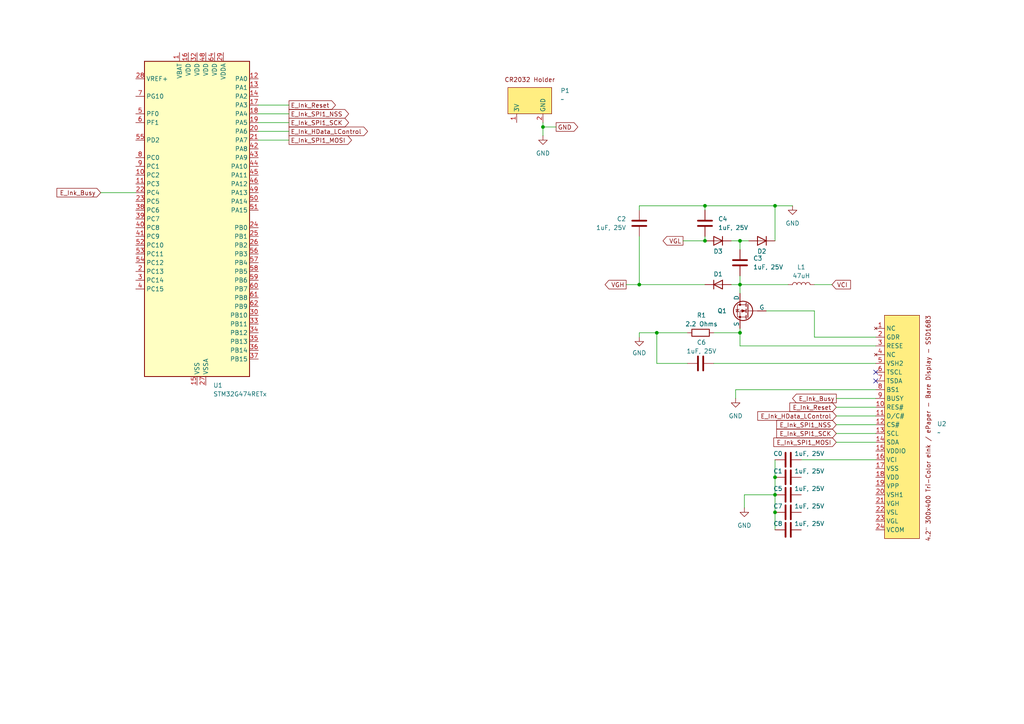
<source format=kicad_sch>
(kicad_sch (version 20250114) (generator "eeschema") (generator_version "9.0")
  (paper "A4")
  (lib_symbols
    (symbol "Device:C" (pin_numbers (hide yes)) (pin_names (offset 0.254))
      (property "Reference" "C" (at 0.635 2.54 0))
      (property "Value" "C" (at 0.635 -2.54 0))
      (symbol "C_0_1"
        (polyline (pts (xy -2.032 0.762) (xy 2.032 0.762)) (stroke (width 0.508)))
        (polyline (pts (xy -2.032 -0.762) (xy 2.032 -0.762)) (stroke (width 0.508)))
      )
      (symbol "C_1_1"
        (pin passive line (at 0 3.81 270) (length 2.794) (name "~") (number "1"))
        (pin passive line (at 0 -3.81 90) (length 2.794) (name "~") (number "2"))
      )
    )
    (symbol "Device:D" (pin_numbers (hide yes)) (pin_names (offset 1.016) (hide yes))
      (property "Reference" "D" (at 0 2.54 0))
      (property "Value" "D" (at 0 -2.54 0))
      (symbol "D_0_1"
        (polyline (pts (xy -1.27 1.27) (xy -1.27 -1.27)) (stroke (width 0.254)))
        (polyline (pts (xy 1.27 1.27) (xy 1.27 -1.27) (xy -1.27 0) (xy 1.27 1.27)) (stroke (width 0.254)))
        (polyline (pts (xy 1.27 0) (xy -1.27 0)))
      )
      (symbol "D_1_1"
        (pin passive line (at -3.81 0 0) (length 2.54) (name "K") (number "1"))
        (pin passive line (at 3.81 0 180) (length 2.54) (name "A") (number "2"))
      )
    )
    (symbol "Device:L" (pin_numbers (hide yes)) (pin_names (offset 1.016) (hide yes))
      (property "Reference" "L" (at -1.27 0 90))
      (property "Value" "L" (at 1.905 0 90))
      (symbol "L_0_1"
        (arc (start 0 2.54) (mid 0.6323 1.905) (end 0 1.27))
        (arc (start 0 1.27) (mid 0.6323 0.635) (end 0 0))
        (arc (start 0 0) (mid 0.6323 -0.635) (end 0 -1.27))
        (arc (start 0 -1.27) (mid 0.6323 -1.905) (end 0 -2.54))
      )
      (symbol "L_1_1"
        (pin passive line (at 0 3.81 270) (length 1.27) (name "1") (number "1"))
        (pin passive line (at 0 -3.81 90) (length 1.27) (name "2") (number "2"))
      )
    )
    (symbol "Device:R" (pin_numbers (hide yes)) (pin_names (offset 0))
      (property "Reference" "R" (at 2.032 0 90))
      (property "Value" "R" (at 0 0 90))
      (symbol "R_0_1"
        (rectangle (start -1.016 -2.54) (end 1.016 2.54) (stroke (width 0.254)))
      )
      (symbol "R_1_1"
        (pin passive line (at 0 3.81 270) (length 1.27) (name "~") (number "1"))
        (pin passive line (at 0 -3.81 90) (length 1.27) (name "~") (number "2"))
      )
    )
    (symbol "Etchasketch_hardware_symbol_library:20mm_Coin_Cell_Breakout_Board_(CR2032)"
      (property "Reference" "P" (at 0 6.096 0))
      (symbol "20mm_Coin_Cell_Breakout_Board_(CR2032)_0_1"
        (rectangle (start -6.35 7.62) (end 6.35 0) (fill (type color) (color 255 238 129 1)))
      )
      (symbol "20mm_Coin_Cell_Breakout_Board_(CR2032)_1_1"
        (text "CR2032 Holder" (at 0 9.906 0) (effects (font (size 1.27 1.27))))
        (pin power_out line (at -3.81 -2.54 90) (length 2.54) (name "3V") (number "1"))
        (pin power_out line (at 3.81 -2.54 90) (length 2.54) (name "GND") (number "2"))
      )
    )
    (symbol "Etchasketch_hardware_symbol_library:4.2{dblquote}_300x400_Tri-Color_eInk_/_ePaper_-_Bare_Display_-_SSD1683"
      (property "Reference" "U" (at 0 8.128 0))
      (symbol "4.2{dblquote}_300x400_Tri-Color_eInk_/_ePaper_-_Bare_Display_-_SSD1683_0_1"
        (rectangle (start -33.02 10.16) (end 31.75 0) (fill (type color) (color 255 238 129 1)))
      )
      (symbol "4.2{dblquote}_300x400_Tri-Color_eInk_/_ePaper_-_Bare_Display_-_SSD1683_1_1"
        (text "4.2\" 300x400 Tri-Color eInk / ePaper - Bare Display - SSD1683" (at -0.254 12.7 0) (effects (font (size 1.27 1.27))))
        (pin no_connect line (at -29.21 -2.54 90) (length 2.54) (name "NC") (number "1"))
        (pin output line (at -26.67 -2.54 90) (length 2.54) (name "GDR") (number "2"))
        (pin input line (at -24.13 -2.54 90) (length 2.54) (name "RESE") (number "3"))
        (pin no_connect line (at -21.59 -2.54 90) (length 2.54) (name "NC") (number "4"))
        (pin passive line (at -19.05 -2.54 90) (length 2.54) (name "VSH2") (number "5"))
        (pin output line (at -16.51 -2.54 90) (length 2.54) (name "TSCL") (number "6"))
        (pin bidirectional line (at -13.97 -2.54 90) (length 2.54) (name "TSDA") (number "7"))
        (pin input line (at -11.43 -2.54 90) (length 2.54) (name "BS1") (number "8"))
        (pin output line (at -8.89 -2.54 90) (length 2.54) (name "BUSY") (number "9"))
        (pin input line (at -6.35 -2.54 90) (length 2.54) (name "RES#") (number "10"))
        (pin input line (at -3.81 -2.54 90) (length 2.54) (name "D/C#") (number "11"))
        (pin input line (at -1.27 -2.54 90) (length 2.54) (name "CS#") (number "12"))
        (pin input line (at 1.27 -2.54 90) (length 2.54) (name "SCL") (number "13"))
        (pin bidirectional line (at 3.81 -2.54 90) (length 2.54) (name "SDA") (number "14"))
        (pin power_in line (at 6.35 -2.54 90) (length 2.54) (name "VDDIO") (number "15"))
        (pin power_in line (at 8.89 -2.54 90) (length 2.54) (name "VCI") (number "16"))
        (pin power_in line (at 11.43 -2.54 90) (length 2.54) (name "VSS") (number "17"))
        (pin passive line (at 13.97 -2.54 90) (length 2.54) (name "VDD") (number "18"))
        (pin power_in line (at 16.51 -2.54 90) (length 2.54) (name "VPP") (number "19"))
        (pin passive line (at 19.05 -2.54 90) (length 2.54) (name "VSH1") (number "20"))
        (pin passive line (at 21.59 -2.54 90) (length 2.54) (name "VGH") (number "21"))
        (pin passive line (at 24.13 -2.54 90) (length 2.54) (name "VSL") (number "22"))
        (pin passive line (at 26.67 -2.54 90) (length 2.54) (name "VGL") (number "23"))
        (pin passive line (at 29.21 -2.54 90) (length 2.54) (name "VCOM") (number "24"))
      )
    )
    (symbol "MCU_ST_STM32G4:STM32G474RETx"
      (property "Reference" "U" (at -15.24 46.99 0))
      (property "Value" "STM32G474RETx" (at 10.16 46.99 0))
      (symbol "STM32G474RETx_0_1"
        (rectangle (start -15.24 -45.72) (end 15.24 45.72) (stroke (width 0.254)) (fill (type background)))
      )
      (symbol "STM32G474RETx_1_1"
        (pin input line (at -17.78 40.64 0) (length 2.54) (name "VREF+") (number "28"))
        (pin bidirectional line (at -17.78 35.56 0) (length 2.54) (name "PG10") (number "7"))
        (pin bidirectional line (at -17.78 30.48 0) (length 2.54) (name "PF0") (number "5"))
        (pin bidirectional line (at -17.78 27.94 0) (length 2.54) (name "PF1") (number "6"))
        (pin bidirectional line (at -17.78 22.86 0) (length 2.54) (name "PD2") (number "55"))
        (pin bidirectional line (at -17.78 17.78 0) (length 2.54) (name "PC0") (number "8"))
        (pin bidirectional line (at -17.78 15.24 0) (length 2.54) (name "PC1") (number "9"))
        (pin bidirectional line (at -17.78 12.7 0) (length 2.54) (name "PC2") (number "10"))
        (pin bidirectional line (at -17.78 10.16 0) (length 2.54) (name "PC3") (number "11"))
        (pin bidirectional line (at -17.78 7.62 0) (length 2.54) (name "PC4") (number "22"))
        (pin bidirectional line (at -17.78 5.08 0) (length 2.54) (name "PC5") (number "23"))
        (pin bidirectional line (at -17.78 2.54 0) (length 2.54) (name "PC6") (number "38"))
        (pin bidirectional line (at -17.78 0 0) (length 2.54) (name "PC7") (number "39"))
        (pin bidirectional line (at -17.78 -2.54 0) (length 2.54) (name "PC8") (number "40"))
        (pin bidirectional line (at -17.78 -5.08 0) (length 2.54) (name "PC9") (number "41"))
        (pin bidirectional line (at -17.78 -7.62 0) (length 2.54) (name "PC10") (number "52"))
        (pin bidirectional line (at -17.78 -10.16 0) (length 2.54) (name "PC11") (number "53"))
        (pin bidirectional line (at -17.78 -12.7 0) (length 2.54) (name "PC12") (number "54"))
        (pin bidirectional line (at -17.78 -15.24 0) (length 2.54) (name "PC13") (number "2"))
        (pin bidirectional line (at -17.78 -17.78 0) (length 2.54) (name "PC14") (number "3"))
        (pin bidirectional line (at -17.78 -20.32 0) (length 2.54) (name "PC15") (number "4"))
        (pin power_in line (at -5.08 48.26 270) (length 2.54) (name "VBAT") (number "1"))
        (pin power_in line (at -2.54 48.26 270) (length 2.54) (name "VDD") (number "16"))
        (pin power_in line (at 0 48.26 270) (length 2.54) (name "VDD") (number "32"))
        (pin power_in line (at 0 -48.26 90) (length 2.54) (name "VSS") (number "15"))
        (pin passive line (at 0 -48.26 90) (length 2.54) (hide yes) (name "VSS") (number "31"))
        (pin passive line (at 0 -48.26 90) (length 2.54) (hide yes) (name "VSS") (number "47"))
        (pin passive line (at 0 -48.26 90) (length 2.54) (hide yes) (name "VSS") (number "63"))
        (pin power_in line (at 2.54 48.26 270) (length 2.54) (name "VDD") (number "48"))
        (pin power_in line (at 2.54 -48.26 90) (length 2.54) (name "VSSA") (number "27"))
        (pin power_in line (at 5.08 48.26 270) (length 2.54) (name "VDD") (number "64"))
        (pin power_in line (at 7.62 48.26 270) (length 2.54) (name "VDDA") (number "29"))
        (pin bidirectional line (at 17.78 40.64 180) (length 2.54) (name "PA0") (number "12"))
        (pin bidirectional line (at 17.78 38.1 180) (length 2.54) (name "PA1") (number "13"))
        (pin bidirectional line (at 17.78 35.56 180) (length 2.54) (name "PA2") (number "14"))
        (pin bidirectional line (at 17.78 33.02 180) (length 2.54) (name "PA3") (number "17"))
        (pin bidirectional line (at 17.78 30.48 180) (length 2.54) (name "PA4") (number "18"))
        (pin bidirectional line (at 17.78 27.94 180) (length 2.54) (name "PA5") (number "19"))
        (pin bidirectional line (at 17.78 25.4 180) (length 2.54) (name "PA6") (number "20"))
        (pin bidirectional line (at 17.78 22.86 180) (length 2.54) (name "PA7") (number "21"))
        (pin bidirectional line (at 17.78 20.32 180) (length 2.54) (name "PA8") (number "42"))
        (pin bidirectional line (at 17.78 17.78 180) (length 2.54) (name "PA9") (number "43"))
        (pin bidirectional line (at 17.78 15.24 180) (length 2.54) (name "PA10") (number "44"))
        (pin bidirectional line (at 17.78 12.7 180) (length 2.54) (name "PA11") (number "45"))
        (pin bidirectional line (at 17.78 10.16 180) (length 2.54) (name "PA12") (number "46"))
        (pin bidirectional line (at 17.78 7.62 180) (length 2.54) (name "PA13") (number "49"))
        (pin bidirectional line (at 17.78 5.08 180) (length 2.54) (name "PA14") (number "50"))
        (pin bidirectional line (at 17.78 2.54 180) (length 2.54) (name "PA15") (number "51"))
        (pin bidirectional line (at 17.78 -2.54 180) (length 2.54) (name "PB0") (number "24"))
        (pin bidirectional line (at 17.78 -5.08 180) (length 2.54) (name "PB1") (number "25"))
        (pin bidirectional line (at 17.78 -7.62 180) (length 2.54) (name "PB2") (number "26"))
        (pin bidirectional line (at 17.78 -10.16 180) (length 2.54) (name "PB3") (number "56"))
        (pin bidirectional line (at 17.78 -12.7 180) (length 2.54) (name "PB4") (number "57"))
        (pin bidirectional line (at 17.78 -15.24 180) (length 2.54) (name "PB5") (number "58"))
        (pin bidirectional line (at 17.78 -17.78 180) (length 2.54) (name "PB6") (number "59"))
        (pin bidirectional line (at 17.78 -20.32 180) (length 2.54) (name "PB7") (number "60"))
        (pin bidirectional line (at 17.78 -22.86 180) (length 2.54) (name "PB8") (number "61"))
        (pin bidirectional line (at 17.78 -25.4 180) (length 2.54) (name "PB9") (number "62"))
        (pin bidirectional line (at 17.78 -27.94 180) (length 2.54) (name "PB10") (number "30"))
        (pin bidirectional line (at 17.78 -30.48 180) (length 2.54) (name "PB11") (number "33"))
        (pin bidirectional line (at 17.78 -33.02 180) (length 2.54) (name "PB12") (number "34"))
        (pin bidirectional line (at 17.78 -35.56 180) (length 2.54) (name "PB13") (number "35"))
        (pin bidirectional line (at 17.78 -38.1 180) (length 2.54) (name "PB14") (number "36"))
        (pin bidirectional line (at 17.78 -40.64 180) (length 2.54) (name "PB15") (number "37"))
      )
    )
    (symbol "Simulation_SPICE:NMOS" (pin_numbers (hide yes)) (pin_names (offset 0))
      (property "Reference" "Q" (at 5.08 1.27 0))
      (property "Value" "NMOS" (at 5.08 -1.27 0))
      (symbol "NMOS_0_1"
        (polyline (pts (xy 0.254 1.905) (xy 0.254 -1.905)) (stroke (width 0.254)))
        (polyline (pts (xy 0.254 0) (xy -2.54 0)))
        (polyline (pts (xy 0.762 2.286) (xy 0.762 1.27)) (stroke (width 0.254)))
        (polyline (pts (xy 0.762 0.508) (xy 0.762 -0.508)) (stroke (width 0.254)))
        (polyline (pts (xy 0.762 -1.27) (xy 0.762 -2.286)) (stroke (width 0.254)))
        (polyline (pts (xy 0.762 -1.778) (xy 3.302 -1.778) (xy 3.302 1.778) (xy 0.762 1.778)))
        (polyline (pts (xy 1.016 0) (xy 2.032 0.381) (xy 2.032 -0.381) (xy 1.016 0)) (fill (type outline)))
        (circle (center 1.651 0) (radius 2.794) (stroke (width 0.254)))
        (polyline (pts (xy 2.54 2.54) (xy 2.54 1.778)))
        (circle (center 2.54 1.778) (radius 0.254) (fill (type outline)))
        (circle (center 2.54 -1.778) (radius 0.254) (fill (type outline)))
        (polyline (pts (xy 2.54 -2.54) (xy 2.54 0) (xy 0.762 0)))
        (polyline (pts (xy 2.794 0.508) (xy 2.921 0.381) (xy 3.683 0.381) (xy 3.81 0.254)))
        (polyline (pts (xy 3.302 0.381) (xy 2.921 -0.254) (xy 3.683 -0.254) (xy 3.302 0.381)))
      )
      (symbol "NMOS_1_1"
        (pin input line (at -5.08 0 0) (length 2.54) (name "G") (number "2"))
        (pin passive line (at 2.54 5.08 270) (length 2.54) (name "D") (number "1"))
        (pin passive line (at 2.54 -5.08 90) (length 2.54) (name "S") (number "3"))
      )
    )
    (symbol "power:GND" (power) (pin_numbers (hide yes)) (pin_names (offset 0) (hide yes))
      (property "Value" "GND" (at 0 -3.81 0))
      (symbol "GND_0_1"
        (polyline (pts (xy 0 0) (xy 0 -1.27) (xy 1.27 -1.27) (xy 0 -2.54) (xy -1.27 -1.27) (xy 0 -1.27)))
      )
      (symbol "GND_1_1"
        (pin power_in line (at 0 0 270) (length 0) (name "~") (number "1"))
      )
    )
  )
  (junction (at 214.63 69.85))
  (junction (at 224.79 143.51))
  (junction (at 157.48 36.83))
  (junction (at 204.47 59.69))
  (junction (at 204.47 69.85))
  (junction (at 185.42 82.55))
  (junction (at 214.63 96.52))
  (junction (at 190.5 96.52))
  (junction (at 224.79 148.59))
  (junction (at 224.79 59.69))
  (junction (at 214.63 82.55))
  (junction (at 224.79 138.43))
  (no_connect (at 254 110.49))
  (no_connect (at 254 107.95))
  (wire (pts (xy 236.22 97.79) (xy 236.22 90.17)))
  (wire (pts (xy 242.57 123.19) (xy 254 123.19)))
  (wire (pts (xy 242.57 128.27) (xy 254 128.27)))
  (wire (pts (xy 157.48 36.83) (xy 157.48 39.37)))
  (wire (pts (xy 74.93 33.02) (xy 83.82 33.02)))
  (wire (pts (xy 224.79 133.35) (xy 224.79 138.43)))
  (wire (pts (xy 236.22 82.55) (xy 241.3 82.55)))
  (wire (pts (xy 207.01 105.41) (xy 254 105.41)))
  (wire (pts (xy 214.63 69.85) (xy 214.63 72.39)))
  (wire (pts (xy 181.61 82.55) (xy 185.42 82.55)))
  (wire (pts (xy 185.42 97.79) (xy 185.42 96.52)))
  (wire (pts (xy 157.48 36.83) (xy 161.29 36.83)))
  (wire (pts (xy 204.47 68.58) (xy 204.47 69.85)))
  (wire (pts (xy 212.09 69.85) (xy 214.63 69.85)))
  (wire (pts (xy 242.57 118.11) (xy 254 118.11)))
  (wire (pts (xy 74.93 30.48) (xy 83.82 30.48)))
  (wire (pts (xy 185.42 60.96) (xy 185.42 59.69)))
  (wire (pts (xy 213.36 113.03) (xy 254 113.03)))
  (wire (pts (xy 215.9 143.51) (xy 224.79 143.51)))
  (wire (pts (xy 214.63 69.85) (xy 217.17 69.85)))
  (wire (pts (xy 212.09 82.55) (xy 214.63 82.55)))
  (wire (pts (xy 224.79 143.51) (xy 224.79 148.59)))
  (wire (pts (xy 214.63 82.55) (xy 228.6 82.55)))
  (wire (pts (xy 224.79 69.85) (xy 224.79 59.69)))
  (wire (pts (xy 242.57 120.65) (xy 254 120.65)))
  (wire (pts (xy 229.87 59.69) (xy 224.79 59.69)))
  (wire (pts (xy 74.93 40.64) (xy 83.82 40.64)))
  (wire (pts (xy 74.93 35.56) (xy 83.82 35.56)))
  (wire (pts (xy 215.9 147.32) (xy 215.9 143.51)))
  (wire (pts (xy 214.63 100.33) (xy 254 100.33)))
  (wire (pts (xy 190.5 105.41) (xy 199.39 105.41)))
  (wire (pts (xy 224.79 59.69) (xy 204.47 59.69)))
  (wire (pts (xy 190.5 105.41) (xy 190.5 96.52)))
  (wire (pts (xy 214.63 96.52) (xy 214.63 95.25)))
  (wire (pts (xy 232.41 133.35) (xy 254 133.35)))
  (wire (pts (xy 29.21 55.88) (xy 39.37 55.88)))
  (wire (pts (xy 214.63 100.33) (xy 214.63 96.52)))
  (wire (pts (xy 185.42 59.69) (xy 204.47 59.69)))
  (wire (pts (xy 214.63 82.55) (xy 214.63 85.09)))
  (wire (pts (xy 190.5 96.52) (xy 199.39 96.52)))
  (wire (pts (xy 213.36 115.57) (xy 213.36 113.03)))
  (wire (pts (xy 236.22 97.79) (xy 254 97.79)))
  (wire (pts (xy 185.42 82.55) (xy 185.42 68.58)))
  (wire (pts (xy 214.63 80.01) (xy 214.63 82.55)))
  (wire (pts (xy 207.01 96.52) (xy 214.63 96.52)))
  (wire (pts (xy 224.79 148.59) (xy 224.79 153.67)))
  (wire (pts (xy 224.79 138.43) (xy 224.79 143.51)))
  (wire (pts (xy 204.47 82.55) (xy 185.42 82.55)))
  (wire (pts (xy 242.57 125.73) (xy 254 125.73)))
  (wire (pts (xy 242.57 115.57) (xy 254 115.57)))
  (wire (pts (xy 185.42 96.52) (xy 190.5 96.52)))
  (wire (pts (xy 204.47 59.69) (xy 204.47 60.96)))
  (wire (pts (xy 157.48 35.56) (xy 157.48 36.83)))
  (wire (pts (xy 74.93 38.1) (xy 83.82 38.1)))
  (wire (pts (xy 198.12 69.85) (xy 204.47 69.85)))
  (wire (pts (xy 236.22 90.17) (xy 222.25 90.17)))
  (global_label "VGL" (shape output) (at 198.12 69.85 180) (property "Intersheetrefs" "${INTERSHEET_REFS}" (effects (hide yes))))
  (global_label "E_Ink_SPI1_MOSI" (shape input) (at 242.57 128.27 180) (property "Intersheetrefs" "${INTERSHEET_REFS}" (effects (hide yes))))
  (global_label "E_Ink_HData_LControl" (shape output) (at 83.82 38.1 0) (property "Intersheetrefs" "${INTERSHEET_REFS}" (effects (hide yes))))
  (global_label "E_Ink_SPI1_SCK" (shape output) (at 83.82 35.56 0) (property "Intersheetrefs" "${INTERSHEET_REFS}" (effects (hide yes))))
  (global_label "E_Ink_HData_LControl" (shape input) (at 242.57 120.65 180) (property "Intersheetrefs" "${INTERSHEET_REFS}" (effects (hide yes))))
  (global_label "E_Ink_Busy" (shape input) (at 29.21 55.88 180) (property "Intersheetrefs" "${INTERSHEET_REFS}" (effects (hide yes))))
  (global_label "VCI" (shape input) (at 241.3 82.55 0) (property "Intersheetrefs" "${INTERSHEET_REFS}" (effects (hide yes))))
  (global_label "E_Ink_Busy" (shape output) (at 242.57 115.57 180) (property "Intersheetrefs" "${INTERSHEET_REFS}" (effects (hide yes))))
  (global_label "VGH" (shape output) (at 181.61 82.55 180) (property "Intersheetrefs" "${INTERSHEET_REFS}" (effects (hide yes))))
  (global_label "E_Ink_SPI1_MOSI" (shape output) (at 83.82 40.64 0) (property "Intersheetrefs" "${INTERSHEET_REFS}" (effects (hide yes))))
  (global_label "GND" (shape output) (at 161.29 36.83 0) (property "Intersheetrefs" "${INTERSHEET_REFS}" (effects (hide yes))))
  (global_label "E_Ink_SPI1_NSS" (shape input) (at 242.57 123.19 180) (property "Intersheetrefs" "${INTERSHEET_REFS}" (effects (hide yes))))
  (global_label "E_Ink_Reset" (shape output) (at 83.82 30.48 0) (property "Intersheetrefs" "${INTERSHEET_REFS}" (effects (hide yes))))
  (global_label "E_Ink_Reset" (shape input) (at 242.57 118.11 180) (property "Intersheetrefs" "${INTERSHEET_REFS}" (effects (hide yes))))
  (global_label "E_Ink_SPI1_NSS" (shape output) (at 83.82 33.02 0) (property "Intersheetrefs" "${INTERSHEET_REFS}" (effects (hide yes))))
  (global_label "E_Ink_SPI1_SCK" (shape input) (at 242.57 125.73 180) (property "Intersheetrefs" "${INTERSHEET_REFS}" (effects (hide yes))))
  (symbol (lib_id "power:GND") (at 229.87 59.69 0) (unit 1)
    (property "Reference" "#PWR02" (effects (hide yes)))
    (property "Value" "GND" (at 229.87 64.77 0))
    (property "Description" "Power symbol creates a global label with name \"GND\" , ground" (effects (hide yes)))
  )
  (symbol (lib_id "Device:C") (at 214.63 76.2 180) (unit 1)
    (property "Reference" "C3" (at 218.44 74.9299 0) (effects (justify right)))
    (property "Value" "1uF, 25V" (at 218.44 77.4699 0) (effects (justify right)))
    (property "Datasheet" "https://mm.digikey.com/Volume0/opasdata/d220001/medias/docus/6482/3372_0603B105K250XD.pdf" (effects (hide yes)))
    (property "Description" "0603B105K250XD 1uF Ceramic Capacitor" (effects (hide yes)))
  )
  (symbol (lib_id "Device:C") (at 203.2 105.41 90) (unit 1)
    (property "Reference" "C6" (at 203.454 99.314 90))
    (property "Value" "1uF, 25V" (at 203.454 101.854 90))
    (property "Datasheet" "https://mm.digikey.com/Volume0/opasdata/d220001/medias/docus/6482/3372_0603B105K250XD.pdf" (effects (hide yes)))
    (property "Description" "0603B105K250XD 1uF Ceramic Capacitor" (effects (hide yes)))
  )
  (symbol (lib_id "Device:C") (at 228.6 148.59 90) (mirror x) (unit 1)
    (property "Reference" "C7" (at 224.282 146.812 90) (effects (justify right)))
    (property "Value" "1uF, 25V" (at 230.378 146.812 90) (effects (justify right)))
    (property "Datasheet" "https://mm.digikey.com/Volume0/opasdata/d220001/medias/docus/6482/3372_0603B105K250XD.pdf" (effects (hide yes)))
    (property "Description" "0603B105K250XD 1uF Ceramic Capacitor" (effects (hide yes)))
  )
  (symbol (lib_id "Device:C") (at 228.6 143.51 90) (mirror x) (unit 1)
    (property "Reference" "C5" (at 224.282 141.732 90) (effects (justify right)))
    (property "Value" "1uF, 25V" (at 230.378 141.732 90) (effects (justify right)))
    (property "Datasheet" "https://mm.digikey.com/Volume0/opasdata/d220001/medias/docus/6482/3372_0603B105K250XD.pdf" (effects (hide yes)))
    (property "Description" "0603B105K250XD 1uF Ceramic Capacitor" (effects (hide yes)))
  )
  (symbol (lib_id "power:GND") (at 185.42 97.79 0) (unit 1)
    (property "Reference" "#PWR03" (effects (hide yes)))
    (property "Value" "GND" (at 185.42 102.362 0))
    (property "Description" "Power symbol creates a global label with name \"GND\" , ground" (effects (hide yes)))
  )
  (symbol (lib_id "power:GND") (at 215.9 147.32 0) (unit 1)
    (property "Reference" "#PWR05" (effects (hide yes)))
    (property "Value" "GND" (at 215.9 152.4 0))
    (property "Description" "Power symbol creates a global label with name \"GND\" , ground" (effects (hide yes)))
  )
  (symbol (lib_id "Etchasketch_hardware_symbol_library:20mm_Coin_Cell_Breakout_Board_(CR2032)") (at 153.67 33.02 0) (unit 1)
    (property "Reference" "P1" (at 162.56 26.2861 0) (effects (justify left)))
    (property "Value" "~" (at 162.56 28.8261 0) (effects (justify left)))
    (property "Datasheet" "https://www.te.com/commerce/DocumentDelivery/DDEController?Action=srchrtrv&DocNm=BAT-HLD-001&DocType=Data+Sheet&DocLang=English&DocFormat=pdf&PartCntxt=BAT-HLD-001" (effects (hide yes)))
    (property "Description" "Coincell battery holder" (effects (hide yes)))
  )
  (symbol (lib_id "Device:R") (at 203.2 96.52 270) (unit 1)
    (property "Reference" "R1" (at 203.454 91.44 90))
    (property "Value" "2.2 Ohms" (at 203.454 93.98 90))
    (property "Datasheet" "https://www.seielect.com/catalog/SEI-RMCF_RMCP.pdf" (effects (hide yes)))
    (property "Description" "RMCF0805FT2R20 2.2Ohms Resistor" (effects (hide yes)))
  )
  (symbol (lib_id "Device:D") (at 220.98 69.85 180) (unit 1)
    (property "Reference" "D2" (at 220.98 72.898 0))
    (property "Value" "D" (effects (hide yes)))
    (property "Datasheet" "https://www.smc-diodes.com/propdf/MBR0530%20N0717%20REV.A.pdf" (effects (hide yes)))
    (property "Description" "MBR0530 Diode" (effects (hide yes)))
    (property "Sim.Device" "D" (effects (hide yes)))
    (property "Sim.Pins" "1=K 2=A" (effects (hide yes)))
  )
  (symbol (lib_id "Device:D") (at 208.28 82.55 0) (unit 1)
    (property "Reference" "D1" (at 208.28 79.502 0))
    (property "Value" "D" (effects (hide yes)))
    (property "Datasheet" "https://www.smc-diodes.com/propdf/MBR0530%20N0717%20REV.A.pdf" (effects (hide yes)))
    (property "Description" "MBR0530 Diode" (effects (hide yes)))
    (property "Sim.Device" "D" (effects (hide yes)))
    (property "Sim.Pins" "1=K 2=A" (effects (hide yes)))
  )
  (symbol (lib_id "Device:C") (at 228.6 153.67 90) (mirror x) (unit 1)
    (property "Reference" "C8" (at 224.282 151.892 90) (effects (justify right)))
    (property "Value" "1uF, 25V" (at 230.378 151.892 90) (effects (justify right)))
    (property "Datasheet" "https://mm.digikey.com/Volume0/opasdata/d220001/medias/docus/6482/3372_0603B105K250XD.pdf" (effects (hide yes)))
    (property "Description" "0603B105K250XD 1uF Ceramic Capacitor" (effects (hide yes)))
  )
  (symbol (lib_id "Device:C") (at 185.42 64.77 0) (mirror x) (unit 1)
    (property "Reference" "C2" (at 181.61 63.4999 0) (effects (justify right)))
    (property "Value" "1uF, 25V" (at 181.61 66.0399 0) (effects (justify right)))
    (property "Datasheet" "https://mm.digikey.com/Volume0/opasdata/d220001/medias/docus/6482/3372_0603B105K250XD.pdf" (effects (hide yes)))
    (property "Description" "0603B105K250XD 1uF Ceramic Capacitor" (effects (hide yes)))
  )
  (symbol (lib_id "Device:D") (at 208.28 69.85 180) (unit 1)
    (property "Reference" "D3" (at 208.28 72.898 0))
    (property "Value" "D" (effects (hide yes)))
    (property "Datasheet" "https://www.smc-diodes.com/propdf/MBR0530%20N0717%20REV.A.pdf" (effects (hide yes)))
    (property "Description" "MBR0530 Diode" (effects (hide yes)))
    (property "Sim.Device" "D" (effects (hide yes)))
    (property "Sim.Pins" "1=K 2=A" (effects (hide yes)))
  )
  (symbol (lib_id "Device:L") (at 232.41 82.55 90) (unit 1)
    (property "Reference" "L1" (at 232.41 77.47 90))
    (property "Value" "47uH" (at 232.41 80.01 90))
    (property "Datasheet" "https://products.sumida.com/products/pdf/CDRH2D18LD.pdf" (effects (hide yes)))
    (property "Description" "CDRH2D18/LDNP-470NC 47uH Inductor" (effects (hide yes)))
  )
  (symbol (lib_id "Device:C") (at 228.6 133.35 90) (mirror x) (unit 1)
    (property "Reference" "C0" (at 224.282 131.572 90) (effects (justify right)))
    (property "Value" "1uF, 25V" (at 230.378 131.572 90) (effects (justify right)))
    (property "Datasheet" "https://mm.digikey.com/Volume0/opasdata/d220001/medias/docus/6482/3372_0603B105K250XD.pdf" (effects (hide yes)))
    (property "Description" "0603B105K250XD 1uF Ceramic Capacitor" (effects (hide yes)))
  )
  (symbol (lib_id "MCU_ST_STM32G4:STM32G474RETx") (at 57.15 63.5 0) (unit 1)
    (property "Reference" "U1" (at 61.8333 111.76 0) (effects (justify left)))
    (property "Value" "STM32G474RETx" (at 61.8333 114.3 0) (effects (justify left)))
    (property "Footprint" "Package_QFP:LQFP-64_10x10mm_P0.5mm" (effects (hide yes)))
    (property "Datasheet" "https://www.st.com/resource/en/datasheet/stm32g474re.pdf" (effects (hide yes)))
    (property "Description" "STMicroelectronics Arm Cortex-M4 MCU, 512KB flash, 128KB RAM, 170 MHz, 1.71-3.6V, 52 GPIO, LQFP64" (effects (hide yes)))
  )
  (symbol (lib_id "power:GND") (at 157.48 39.37 0) (unit 1)
    (property "Reference" "#PWR01" (effects (hide yes)))
    (property "Value" "GND" (at 157.48 44.45 0))
    (property "Description" "Power symbol creates a global label with name \"GND\" , ground" (effects (hide yes)))
  )
  (symbol (lib_id "Simulation_SPICE:NMOS") (at 217.17 90.17 0) (mirror y) (unit 1)
    (property "Reference" "Q1" (at 210.82 90.1701 0) (effects (justify left)))
    (property "Value" "NMOS" (effects (hide yes)))
    (property "Datasheet" "https://assets.nexperia.com/documents/data-sheet/NX3008NBK.pdf" (effects (hide yes)))
    (property "Description" "NX3008NBKVL N-Type MOSFET" (effects (hide yes)))
    (property "Sim.Device" "NMOS" (effects (hide yes)))
    (property "Sim.Type" "VDMOS" (effects (hide yes)))
    (property "Sim.Pins" "1=D 2=G 3=S" (effects (hide yes)))
  )
  (symbol (lib_id "Device:C") (at 228.6 138.43 90) (mirror x) (unit 1)
    (property "Reference" "C1" (at 224.282 136.652 90) (effects (justify right)))
    (property "Value" "1uF, 25V" (at 230.378 136.652 90) (effects (justify right)))
    (property "Datasheet" "https://mm.digikey.com/Volume0/opasdata/d220001/medias/docus/6482/3372_0603B105K250XD.pdf" (effects (hide yes)))
    (property "Description" "0603B105K250XD 1uF Ceramic Capacitor" (effects (hide yes)))
  )
  (symbol (lib_id "Device:C") (at 204.47 64.77 180) (unit 1)
    (property "Reference" "C4" (at 208.28 63.4999 0) (effects (justify right)))
    (property "Value" "1uF, 25V" (at 208.28 66.0399 0) (effects (justify right)))
    (property "Datasheet" "https://mm.digikey.com/Volume0/opasdata/d220001/medias/docus/6482/3372_0603B105K250XD.pdf" (effects (hide yes)))
    (property "Description" "0603B105K250XD 1uF Ceramic Capacitor" (effects (hide yes)))
  )
  (symbol (lib_id "power:GND") (at 213.36 115.57 0) (unit 1)
    (property "Reference" "#PWR04" (effects (hide yes)))
    (property "Value" "GND" (at 213.36 120.65 0))
    (property "Description" "Power symbol creates a global label with name \"GND\" , ground" (effects (hide yes)))
  )
  (symbol (lib_id "Etchasketch_hardware_symbol_library:4.2{dblquote}_300x400_Tri-Color_eInk_/_ePaper_-_Bare_Display_-_SSD1683") (at 256.54 124.46 270) (unit 1)
    (property "Reference" "U2" (at 271.78 122.9359 90) (effects (justify left)))
    (property "Value" "~" (at 271.78 125.4759 90) (effects (justify left)))
    (property "Datasheet" "https://cdn-shop.adafruit.com/product-files/6382/6382+C22266-001+datasheet+ZJY400300-042CABMFGN-R.pdf" (effects (hide yes)))
    (property "Description" "24-Pin FPC connector for E-Ink Display" (effects (hide yes)))
  )
)
</source>
